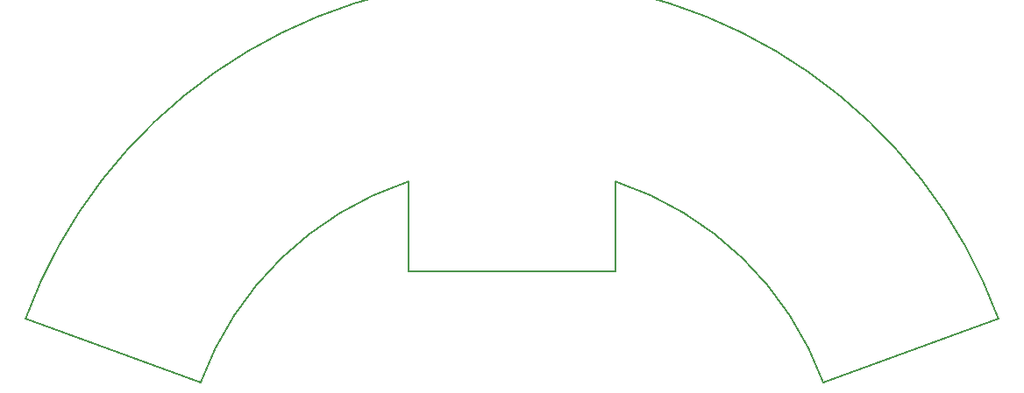
<source format=gbr>
%TF.GenerationSoftware,KiCad,Pcbnew,8.0.1-8.0.1-1~ubuntu22.04.1*%
%TF.CreationDate,2024-03-22T15:25:37-03:00*%
%TF.ProjectId,linefollower,6c696e65-666f-46c6-9c6f-7765722e6b69,rev?*%
%TF.SameCoordinates,Original*%
%TF.FileFunction,Profile,NP*%
%FSLAX46Y46*%
G04 Gerber Fmt 4.6, Leading zero omitted, Abs format (unit mm)*
G04 Created by KiCad (PCBNEW 8.0.1-8.0.1-1~ubuntu22.04.1) date 2024-03-22 15:25:37*
%MOMM*%
%LPD*%
G01*
G04 APERTURE LIST*
%TA.AperFunction,Profile*%
%ADD10C,0.200000*%
%TD*%
G04 APERTURE END LIST*
D10*
X180070162Y-128527675D02*
X196984629Y-122371313D01*
X159999998Y-109074952D02*
G75*
G02*
X180070151Y-128527679I-9999998J-30397348D01*
G01*
X119929834Y-128527675D02*
G75*
G02*
X139999997Y-109074950I30070166J-10944645D01*
G01*
X139999998Y-117769269D02*
X159999998Y-117769269D01*
X139999998Y-109074952D02*
X139999998Y-117769269D01*
X159999998Y-117769269D02*
X159999998Y-109074952D01*
X103015368Y-122371313D02*
G75*
G02*
X196984628Y-122371313I46984630J-17101007D01*
G01*
X103015367Y-122371313D02*
X119929834Y-128527675D01*
M02*

</source>
